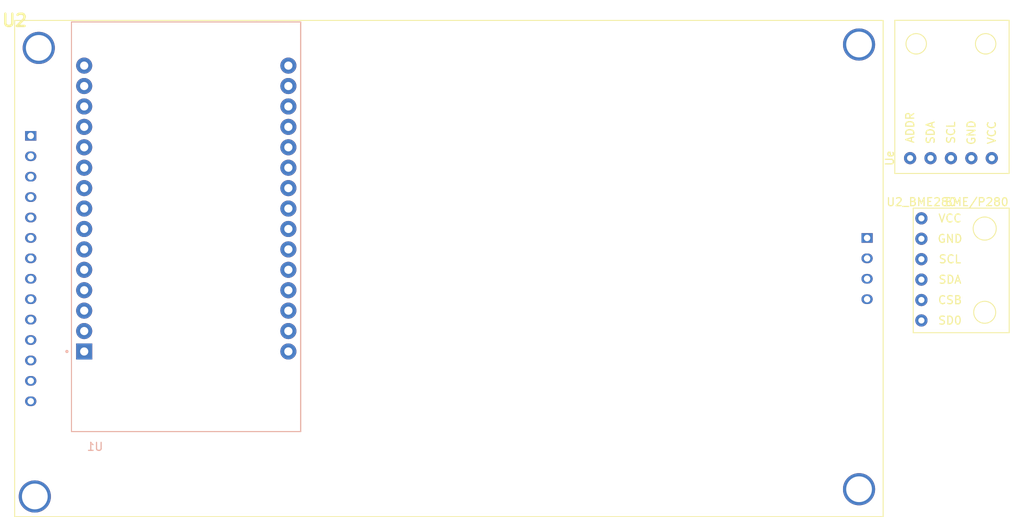
<source format=kicad_pcb>
(kicad_pcb (version 20211014) (generator pcbnew)
  (layers (0 "F.Cu" signal) (31 "B.Cu" signal) (34 "B.Paste" user) (35 "F.Paste" user) (36 "B.SilkS" user "B.Silkscreen") (37 "F.SilkS" user "F.Silkscreen") (38 "B.Mask" user) (39 "F.Mask" user) (44 "Edge.Cuts" user))
  (net 0 "")
  (net 6 "Net-(U1-Pad6)")
  (net 7 "Net-(U1-Pad7)")
  (net 9 "Net-(U1-Pad9)")
  (net 17 "GND")
  (net 18 "Net-(U1-Pad18)")
  (net 19 "Net-(U1-Pad19)")
  (net 24 "Net-(U1-Pad24)")
  (net 26 "Net-(U1-Pad26)")
  (net 29 "Net-(U1-Pad29)")
  (net 30 "Net-(U1-Pad30)")
  (net 32 "Net-(U1-Pad36)")
  (net 33 "Net-(U1-Pad31)")
  (net 39 "Net-(U1-Pad32)")
  (footprint "usini_sensors:module_bh1750" (layer "F.Cu") (at 193.45 86.065 90)
    (fp_text reference "Ue" (at 0 -12.7 90) (layer "F.SilkS"))
    (fp_text value "module_bh1750")
    (fp_text user "GND" (at 3.175 -2.54 90) (layer "F.SilkS"))
    (fp_text user "VCC" (at 3.175 0 90) (layer "F.SilkS"))
    (fp_text user "ADDR" (at 3.81 -10.16 90) (layer "F.SilkS"))
    (fp_text user "SDA" (at 3.175 -7.62 90) (layer "F.SilkS"))
    (fp_text user "SCL" (at 3.175 -5.08 90) (layer "F.SilkS"))
    (fp_line (start -1.905 -12.065) (end 17.145 -12.065) (layer "F.SilkS") (width 0.12))
    (fp_line (start -1.905 2.159) (end -1.905 -12.065) (layer "F.SilkS") (width 0.12))
    (fp_line (start 17.145 2.159) (end -1.905 2.159) (layer "F.SilkS") (width 0.12))
    (fp_line (start 17.145 -12.065) (end 17.145 2.159) (layer "F.SilkS") (width 0.12))
    (fp_circle (center 14.224 -9.398) (end 14.224 -8.128) (layer "F.SilkS") (width 0.12) (fill none))
    (fp_circle (center 14.224 -0.762) (end 14.224 0.508) (layer "F.SilkS") (width 0.12) (fill none))
    (pad "1" thru_hole circle locked (at 0 -10.16 90) (size 1.524 1.524) (drill 0.762) (layers *.Cu *.Mask))
    (pad "2" thru_hole circle locked (at 0 -7.62 90) (size 1.524 1.524) (drill 0.762) (layers *.Cu *.Mask) (net 39 "Net-(U1-Pad32)"))
    (pad "3" thru_hole circle locked (at 0 -5.08 90) (size 1.524 1.524) (drill 0.762) (layers *.Cu *.Mask) (net 30 "Net-(U1-Pad30)"))
    (pad "4" thru_hole circle locked (at 0 -2.54 90) (size 1.524 1.524) (drill 0.762) (layers *.Cu *.Mask) (net 17 "GND"))
    (pad "5" thru_hole circle locked (at 0 0 90) (size 1.524 1.524) (drill 0.762) (layers *.Cu *.Mask) (net 18 "Net-(U1-Pad18)"))
  )
  (footprint "usini_sensors:module_bme280" (layer "F.Cu") (at 189.777 106)
    (fp_text reference "U2_BME280" (at -5.08 -14.478) (layer "F.SilkS"))
    (fp_text value "module_bme280")
    (fp_text user "BME/P280" (at 1.778 -14.478) (layer "F.SilkS"))
    (fp_text user "CSB" (at -1.524 -2.286) (layer "F.SilkS"))
    (fp_text user "VCC" (at -1.524 -12.446) (layer "F.SilkS"))
    (fp_text user "SDA" (at -1.524 -4.826) (layer "F.SilkS"))
    (fp_text user "GND" (at -1.524 -9.906) (layer "F.SilkS"))
    (fp_text user "SCL" (at -1.524 -7.366) (layer "F.SilkS"))
    (fp_text user "SD0" (at -1.524 0.254) (layer "F.SilkS"))
    (fp_line (start 5.842 1.778) (end 5.842 -13.716) (layer "F.SilkS") (width 0.12))
    (fp_line (start -6.096 1.778) (end 5.842 1.778) (layer "F.SilkS") (width 0.12))
    (fp_line (start -6.096 -13.716) (end -6.096 1.778) (layer "F.SilkS") (width 0.12))
    (fp_line (start 5.842 -13.716) (end -6.096 -13.716) (layer "F.SilkS") (width 0.12))
    (fp_circle (center 2.794 -0.762) (end 3.302 0.508) (layer "F.SilkS") (width 0.12) (fill none))
    (fp_circle (center 2.794 -11.176) (end 3.81 -10.16) (layer "F.SilkS") (width 0.12) (fill none))
    (pad "1" thru_hole circle locked (at -5.08 -12.446) (size 1.524 1.524) (drill 0.762) (layers *.Cu *.Mask) (net 19 "Net-(U1-Pad19)"))
    (pad "2" thru_hole circle locked (at -5.08 -9.906) (size 1.524 1.524) (drill 0.762) (layers *.Cu *.Mask) (net 17 "GND"))
    (pad "3" thru_hole circle locked (at -5.08 -7.366) (size 1.524 1.524) (drill 0.762) (layers *.Cu *.Mask) (net 30 "Net-(U1-Pad30)"))
    (pad "4" thru_hole circle locked (at -5.08 -4.826) (size 1.524 1.524) (drill 0.762) (layers *.Cu *.Mask) (net 32 "Net-(U1-Pad36)"))
    (pad "5" thru_hole circle locked (at -5.08 -2.286) (size 1.524 1.524) (drill 0.762) (layers *.Cu *.Mask) (net 24 "Net-(U1-Pad24)"))
    (pad "6" thru_hole circle locked (at -5.08 0.254) (size 1.524 1.524) (drill 0.762) (layers *.Cu *.Mask) (net 33 "Net-(U1-Pad31)"))
  )
  (footprint "lcd:4.0inch_SPI" (layer "F.Cu") (at 71.9 68.93)
    (fp_text reference "U2" (at 0 0) (layer "F.SilkS") (effects (font (size 1.524 1.524) (thickness 0.3))))
    (fp_text value "4.0inch_SPI_MSP4021" hide)
    (fp_rect (start 0 0) (end 108.04 61.74) (layer "F.SilkS") (width 0.12) (fill none))
    (pad "" np_thru_hole circle (at 105.04 3 270) (size 4 4) (drill 3.2) (layers F&B.Cu *.Mask))
    (pad "" np_thru_hole circle (at 2.51 59.22 270) (size 4 4) (drill 3.2) (layers F&B.Cu *.Mask))
    (pad "" np_thru_hole circle (at 3 3.42 270) (size 4 4) (drill 3.2) (layers F&B.Cu *.Mask))
    (pad "" np_thru_hole circle (at 105.04 58.32 270) (size 4 4) (drill 3.2) (layers F&B.Cu *.Mask))
    (pad "1" thru_hole rect (at 2 14.36 270) (size 1.2 1.4) (drill 0.8) (layers *.Cu *.Mask) (net 18 "Net-(U1-Pad18)"))
    (pad "1" thru_hole rect (at 106.04 27.06 270) (size 1.2 1.4) (drill 0.8) (layers *.Cu *.Mask) (net 18 "Net-(U1-Pad18)"))
    (pad "2" thru_hole oval (at 106.04 29.6 270) (size 1.2 1.4) (drill 0.8) (layers *.Cu *.Mask) (net 17 "GND"))
    (pad "2" thru_hole oval (at 2 16.9 270) (size 1.2 1.4) (drill 0.8) (layers *.Cu *.Mask) (net 17 "GND"))
    (pad "3" thru_hole oval (at 106.04 32.14 270) (size 1.2 1.4) (drill 0.8) (layers *.Cu *.Mask) (net 7 "Net-(U1-Pad7)"))
    (pad "3" thru_hole oval (at 2 19.44 270) (size 1.2 1.4) (drill 0.8) (layers *.Cu *.Mask) (net 7 "Net-(U1-Pad7)"))
    (pad "4" thru_hole oval (at 106.04 34.68 270) (size 1.2 1.4) (drill 0.8) (layers *.Cu *.Mask) (net 6 "Net-(U1-Pad6)"))
    (pad "4" thru_hole oval (at 2 21.98 270) (size 1.2 1.4) (drill 0.8) (layers *.Cu *.Mask) (net 6 "Net-(U1-Pad6)"))
    (pad "5" thru_hole oval (at 2 24.52 270) (size 1.2 1.4) (drill 0.8) (layers *.Cu *.Mask) (net 9 "Net-(U1-Pad9)"))
    (pad "6" thru_hole oval (at 2 27.06 270) (size 1.2 1.4) (drill 0.8) (layers *.Cu *.Mask) (net 32 "Net-(U1-Pad36)"))
    (pad "7" thru_hole oval (at 2 29.6 270) (size 1.2 1.4) (drill 0.8) (layers *.Cu *.Mask) (net 30 "Net-(U1-Pad30)"))
    (pad "8" thru_hole oval (at 2 32.14 270) (size 1.2 1.4) (drill 0.8) (layers *.Cu *.Mask) (net 26 "Net-(U1-Pad26)"))
    (pad "9" thru_hole oval (at 2 34.68 270) (size 1.2 1.4) (drill 0.8) (layers *.Cu *.Mask) (net 33 "Net-(U1-Pad31)"))
    (pad "10" thru_hole oval (at 2 37.22 270) (size 1.2 1.4) (drill 0.8) (layers *.Cu *.Mask))
    (pad "11" thru_hole oval (at 2 39.76 270) (size 1.2 1.4) (drill 0.8) (layers *.Cu *.Mask))
    (pad "12" thru_hole oval (at 2 42.3 270) (size 1.2 1.4) (drill 0.8) (layers *.Cu *.Mask))
    (pad "13" thru_hole oval (at 2 44.84 270) (size 1.2 1.4) (drill 0.8) (layers *.Cu *.Mask))
    (pad "14" thru_hole oval (at 2 47.38 270) (size 1.2 1.4) (drill 0.8) (layers *.Cu *.Mask))
  )
  (footprint "esp32:MODULE_ESP32_DEVKIT_V1" (layer "B.Cu") (at 93.25 94.6)
    (fp_text reference "U1" (at -11.355 27.36) (layer "B.SilkS") (effects (justify mirror)))
    (fp_text value "DOIT-ESP32-DEVKIT-V1")
    (fp_line (start -14.28 -25.475) (end -8.91 -25.475) (layer "B.SilkS") (width 0.127))
    (fp_line (start -8.91 -25.475) (end 8.78 -25.475) (layer "B.SilkS") (width 0.127))
    (fp_line (start -3.211 25.475) (end 3.5 25.475) (layer "B.SilkS") (width 0.127))
    (fp_line (start 14.23 25.475) (end 14.23 -25.475) (layer "B.SilkS") (width 0.127))
    (fp_line (start -14.28 25.475) (end -3.211 25.475) (layer "B.SilkS") (width 0.127))
    (fp_line (start -14.28 -25.475) (end -14.28 25.475) (layer "B.SilkS") (width 0.127))
    (fp_line (start 14.23 25.475) (end 14.23 -25.475) (layer "B.SilkS") (width 0.127))
    (fp_line (start 14.23 -25.475) (end -14.28 -25.475) (layer "B.SilkS") (width 0.127))
    (fp_line (start -14.28 -25.475) (end -14.28 25.475) (layer "B.SilkS") (width 0.127))
    (fp_line (start -14.28 25.475) (end 14.23 25.475) (layer "B.SilkS") (width 0.127))
    (fp_line (start 3.5 25.475) (end 14.23 25.475) (layer "B.SilkS") (width 0.127))
    (fp_line (start 8.78 -25.475) (end 14.23 -25.475) (layer "B.SilkS") (width 0.127))
    (fp_circle (center -14.85 15.515) (end -14.75 15.515) (layer "B.SilkS") (width 0.2) (fill none))
    (pad "" np_thru_hole circle (at 12.23 -23.475) (size 3 3) (drill 3) (layers *.Cu *.Mask))
    (pad "" np_thru_hole circle (at -12.28 -23.475) (size 3 3) (drill 3) (layers *.Cu *.Mask))
    (pad "" np_thru_hole circle (at -12.28 23.475) (size 3 3) (drill 3) (layers *.Cu *.Mask))
    (pad "" np_thru_hole circle (at 12.23 23.475) (size 3 3) (drill 3) (layers *.Cu *.Mask))
    (pad "1" thru_hole rect (at -12.7 15.515) (size 2 2) (drill 1.02) (layers *.Cu *.Mask))
    (pad "2" thru_hole circle (at -12.7 12.975) (size 2 2) (drill 1.02) (layers *.Cu *.Mask))
    (pad "3" thru_hole circle (at -12.7 10.435) (size 2 2) (drill 1.02) (layers *.Cu *.Mask))
    (pad "4" thru_hole circle (at -12.7 7.895) (size 2 2) (drill 1.02) (layers *.Cu *.Mask))
    (pad "5" thru_hole circle (at -12.7 5.355) (size 2 2) (drill 1.02) (layers *.Cu *.Mask))
    (pad "6" thru_hole circle (at -12.7 2.815) (size 2 2) (drill 1.02) (layers *.Cu *.Mask) (net 6 "Net-(U1-Pad6)"))
    (pad "7" thru_hole circle (at -12.7 0.275) (size 2 2) (drill 1.02) (layers *.Cu *.Mask) (net 7 "Net-(U1-Pad7)"))
    (pad "8" thru_hole circle (at -12.7 -2.265) (size 2 2) (drill 1.02) (layers *.Cu *.Mask))
    (pad "9" thru_hole circle (at -12.7 -4.805) (size 2 2) (drill 1.02) (layers *.Cu *.Mask) (net 9 "Net-(U1-Pad9)"))
    (pad "10" thru_hole circle (at -12.7 -7.345) (size 2 2) (drill 1.02) (layers *.Cu *.Mask))
    (pad "11" thru_hole circle (at -12.7 -9.885) (size 2 2) (drill 1.02) (layers *.Cu *.Mask))
    (pad "12" thru_hole circle (at -12.7 -12.425) (size 2 2) (drill 1.02) (layers *.Cu *.Mask))
    (pad "13" thru_hole circle (at -12.7 -14.965) (size 2 2) (drill 1.02) (layers *.Cu *.Mask))
    (pad "14" thru_hole circle (at -12.7 -17.505) (size 2 2) (drill 1.02) (layers *.Cu *.Mask))
    (pad "15" thru_hole circle (at -12.7 -20.045) (size 2 2) (drill 1.02) (layers *.Cu *.Mask))
    (pad "16" thru_hole circle (at 12.7 -20.045) (size 2 2) (drill 1.02) (layers *.Cu *.Mask))
    (pad "17" thru_hole circle (at 12.7 -17.505) (size 2 2) (drill 1.02) (layers *.Cu *.Mask) (net 17 "GND"))
    (pad "18" thru_hole circle (at 12.7 -14.965) (size 2 2) (drill 1.02) (layers *.Cu *.Mask) (net 18 "Net-(U1-Pad18)"))
    (pad "19" thru_hole circle (at 12.7 -12.425) (size 2 2) (drill 1.02) (layers *.Cu *.Mask) (net 19 "Net-(U1-Pad19)"))
    (pad "20" thru_hole circle (at 12.7 -9.885) (size 2 2) (drill 1.02) (layers *.Cu *.Mask))
    (pad "21" thru_hole circle (at 12.7 -7.345) (size 2 2) (drill 1.02) (layers *.Cu *.Mask))
    (pad "22" thru_hole circle (at 12.7 -4.805) (size 2 2) (drill 1.02) (layers *.Cu *.Mask))
    (pad "23" thru_hole circle (at 12.7 -2.265) (size 2 2) (drill 1.02) (layers *.Cu *.Mask))
    (pad "24" thru_hole circle (at 12.7 0.275) (size 2 2) (drill 1.02) (layers *.Cu *.Mask) (net 24 "Net-(U1-Pad24)"))
    (pad "25" thru_hole circle (at 12.7 2.815) (size 2 2) (drill 1.02) (layers *.Cu *.Mask))
    (pad "26" thru_hole circle (at 12.7 5.355) (size 2 2) (drill 1.02) (layers *.Cu *.Mask) (net 26 "Net-(U1-Pad26)"))
    (pad "27" thru_hole circle (at 12.7 7.895) (size 2 2) (drill 1.02) (layers *.Cu *.Mask))
    (pad "28" thru_hole circle (at 12.7 10.435) (size 2 2) (drill 1.02) (layers *.Cu *.Mask))
    (pad "29" thru_hole circle (at 12.7 12.975) (size 2 2) (drill 1.02) (layers *.Cu *.Mask) (net 29 "Net-(U1-Pad29)"))
    (pad "30" thru_hole circle (at 12.7 15.515) (size 2 2) (drill 1.02) (layers *.Cu *.Mask) (net 30 "Net-(U1-Pad30)"))
  )
)
</source>
